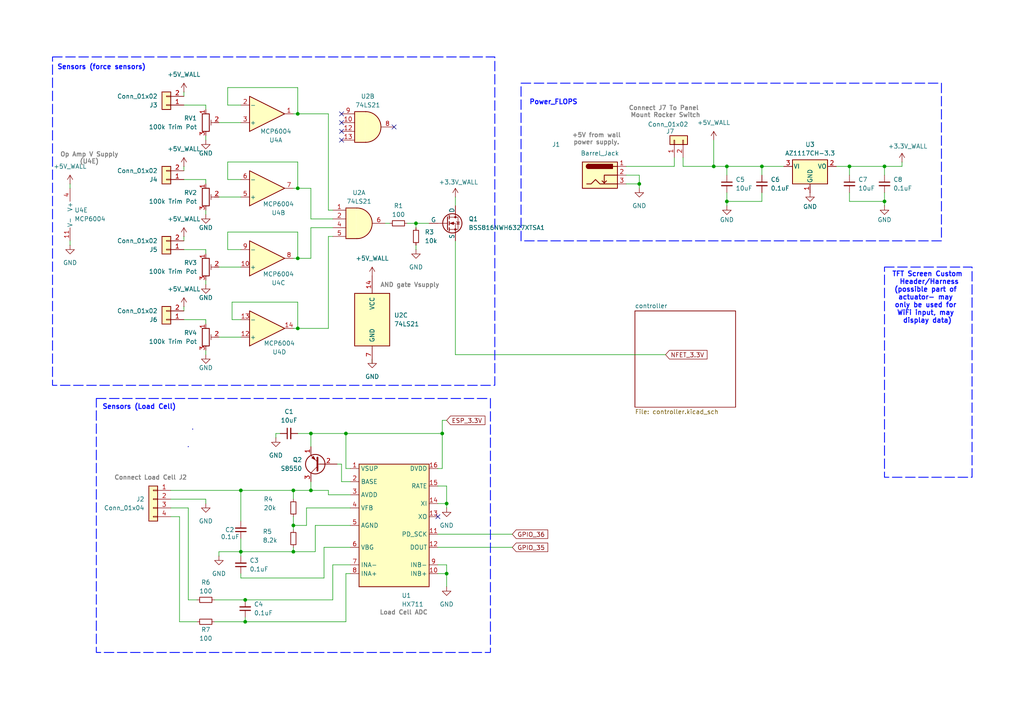
<source format=kicad_sch>
(kicad_sch (version 20231120) (generator "eeschema") (generator_version "8.0")
  (paper "A4")
  (title_block (title "FLOPS") (date "2024-11-14") (rev "3") (company "Team 09"))
  (lib_symbols
    (symbol "74xx:74LS21" (pin_names (offset 1.016))
      (property "Reference" "U" (at 0 1.27 0))
      (property "Value" "74LS21" (at 0 -1.27 0))
      (symbol "74LS21_1_1"
        (arc (start -0.635 -4.445) (mid 3.7907 0) (end -0.635 4.445) (stroke (width 0.254)) (fill (type background)))
        (polyline (pts (xy -0.635 4.445) (xy -3.81 4.445) (xy -3.81 -4.445) (xy -0.635 -4.445)) (stroke (width 0.254)) (fill (type background)))
        (pin input line (at -7.62 3.81 0) (length 3.81) (name "~") (number "1"))
        (pin input line (at -7.62 1.27 0) (length 3.81) (name "~") (number "2"))
        (pin input line (at -7.62 -1.27 0) (length 3.81) (name "~") (number "4"))
        (pin input line (at -7.62 -3.81 0) (length 3.81) (name "~") (number "5"))
        (pin output line (at 7.62 0 180) (length 3.81) (name "~") (number "6"))
      )
      (symbol "74LS21_1_2"
        (arc (start -3.81 -4.445) (mid -2.5908 0) (end -3.81 4.445) (stroke (width 0.254)))
        (arc (start -0.6096 -4.445) (mid 2.2246 -2.8422) (end 3.81 0) (stroke (width 0.254)) (fill (type background)))
        (polyline (pts (xy -3.81 -4.445) (xy -0.635 -4.445)) (stroke (width 0.254)) (fill (type background)))
        (polyline (pts (xy -3.81 4.445) (xy -0.635 4.445)) (stroke (width 0.254)) (fill (type background)))
        (polyline (pts (xy -0.635 4.445) (xy -3.81 4.445) (xy -3.81 4.445) (xy -3.6322 4.0894) (xy -3.0988 2.921) (xy -2.7686 1.6764) (xy -2.6162 0.4318) (xy -2.6416 -0.8636) (xy -2.8702 -2.1082) (xy -3.2512 -3.3274) (xy -3.81 -4.445) (xy -3.81 -4.445) (xy -0.635 -4.445)) (stroke (width -25.4)) (fill (type background)))
        (arc (start 3.81 0) (mid 2.2204 2.8379) (end -0.6096 4.445) (stroke (width 0.254)) (fill (type background)))
        (pin input inverted (at -7.62 3.81 0) (length 3.81) (name "~") (number "1"))
        (pin input inverted (at -7.62 1.27 0) (length 4.826) (name "~") (number "2"))
        (pin input inverted (at -7.62 -1.27 0) (length 4.826) (name "~") (number "4"))
        (pin input inverted (at -7.62 -3.81 0) (length 3.81) (name "~") (number "5"))
        (pin output inverted (at 7.62 0 180) (length 3.81) (name "~") (number "6"))
      )
      (symbol "74LS21_2_1"
        (arc (start -0.635 -4.445) (mid 3.7907 0) (end -0.635 4.445) (stroke (width 0.254)) (fill (type background)))
        (polyline (pts (xy -0.635 4.445) (xy -3.81 4.445) (xy -3.81 -4.445) (xy -0.635 -4.445)) (stroke (width 0.254)) (fill (type background)))
        (pin input line (at -7.62 1.27 0) (length 3.81) (name "~") (number "10"))
        (pin input line (at -7.62 -1.27 0) (length 3.81) (name "~") (number "12"))
        (pin input line (at -7.62 -3.81 0) (length 3.81) (name "~") (number "13"))
        (pin output line (at 7.62 0 180) (length 3.81) (name "~") (number "8"))
        (pin input line (at -7.62 3.81 0) (length 3.81) (name "~") (number "9"))
      )
      (symbol "74LS21_2_2"
        (arc (start -3.81 -4.445) (mid -2.5908 0) (end -3.81 4.445) (stroke (width 0.254)))
        (arc (start -0.6096 -4.445) (mid 2.2246 -2.8422) (end 3.81 0) (stroke (width 0.254)) (fill (type background)))
        (polyline (pts (xy -3.81 -4.445) (xy -0.635 -4.445)) (stroke (width 0.254)) (fill (type background)))
        (polyline (pts (xy -3.81 4.445) (xy -0.635 4.445)) (stroke (width 0.254)) (fill (type background)))
        (polyline (pts (xy -0.635 4.445) (xy -3.81 4.445) (xy -3.81 4.445) (xy -3.6322 4.0894) (xy -3.0988 2.921) (xy -2.7686 1.6764) (xy -2.6162 0.4318) (xy -2.6416 -0.8636) (xy -2.8702 -2.1082) (xy -3.2512 -3.3274) (xy -3.81 -4.445) (xy -3.81 -4.445) (xy -0.635 -4.445)) (stroke (width -25.4)) (fill (type background)))
        (arc (start 3.81 0) (mid 2.2204 2.8379) (end -0.6096 4.445) (stroke (width 0.254)) (fill (type background)))
        (pin input inverted (at -7.62 1.27 0) (length 4.826) (name "~") (number "10"))
        (pin input inverted (at -7.62 -1.27 0) (length 4.826) (name "~") (number "12"))
        (pin input inverted (at -7.62 -3.81 0) (length 3.81) (name "~") (number "13"))
        (pin output inverted (at 7.62 0 180) (length 3.81) (name "~") (number "8"))
        (pin input inverted (at -7.62 3.81 0) (length 3.81) (name "~") (number "9"))
      )
      (symbol "74LS21_3_0"
        (pin power_in line (at 0 12.7 270) (length 5.08) (name "VCC") (number "14"))
        (pin power_in line (at 0 -12.7 90) (length 5.08) (name "GND") (number "7"))
      )
      (symbol "74LS21_3_1"
        (rectangle (start -5.08 7.62) (end 5.08 -7.62) (stroke (width 0.254)) (fill (type background)))
      )
    )
    (symbol "Amplifier_Operational:MCP6004" (pin_names (offset 0.127))
      (property "Reference" "U" (at 0 5.08 0))
      (property "Value" "MCP6004" (at 0 -5.08 0))
      (symbol "MCP6004_1_1"
        (polyline (pts (xy -5.08 5.08) (xy 5.08 0) (xy -5.08 -5.08) (xy -5.08 5.08)) (stroke (width 0.254)) (fill (type background)))
        (pin output line (at 7.62 0 180) (length 2.54) (name "~") (number "1"))
        (pin input line (at -7.62 -2.54 0) (length 2.54) (name "-") (number "2"))
        (pin input line (at -7.62 2.54 0) (length 2.54) (name "+") (number "3"))
      )
      (symbol "MCP6004_2_1"
        (polyline (pts (xy -5.08 5.08) (xy 5.08 0) (xy -5.08 -5.08) (xy -5.08 5.08)) (stroke (width 0.254)) (fill (type background)))
        (pin input line (at -7.62 2.54 0) (length 2.54) (name "+") (number "5"))
        (pin input line (at -7.62 -2.54 0) (length 2.54) (name "-") (number "6"))
        (pin output line (at 7.62 0 180) (length 2.54) (name "~") (number "7"))
      )
      (symbol "MCP6004_3_1"
        (polyline (pts (xy -5.08 5.08) (xy 5.08 0) (xy -5.08 -5.08) (xy -5.08 5.08)) (stroke (width 0.254)) (fill (type background)))
        (pin input line (at -7.62 2.54 0) (length 2.54) (name "+") (number "10"))
        (pin output line (at 7.62 0 180) (length 2.54) (name "~") (number "8"))
        (pin input line (at -7.62 -2.54 0) (length 2.54) (name "-") (number "9"))
      )
      (symbol "MCP6004_4_1"
        (polyline (pts (xy -5.08 5.08) (xy 5.08 0) (xy -5.08 -5.08) (xy -5.08 5.08)) (stroke (width 0.254)) (fill (type background)))
        (pin input line (at -7.62 2.54 0) (length 2.54) (name "+") (number "12"))
        (pin input line (at -7.62 -2.54 0) (length 2.54) (name "-") (number "13"))
        (pin output line (at 7.62 0 180) (length 2.54) (name "~") (number "14"))
      )
      (symbol "MCP6004_5_1"
        (pin power_in line (at -2.54 -7.62 90) (length 3.81) (name "V-") (number "11"))
        (pin power_in line (at -2.54 7.62 270) (length 3.81) (name "V+") (number "4"))
      )
    )
    (symbol "Analog_ADC:HX711"
      (property "Reference" "U1" (at 2.1941 -20.32 0))
      (property "Value" "HX711" (at 2.1941 -22.86 0))
      (symbol "HX711_0_1"
        (rectangle (start -10.16 17.78) (end 10.16 -17.78) (stroke (width 0.254)) (fill (type background)))
      )
      (symbol "HX711_1_1"
        (pin power_in line (at -12.7 16.51 0) (length 2.54) (name "VSUP") (number "1"))
        (pin input line (at 12.7 -13.97 180) (length 2.54) (name "INB+") (number "10"))
        (pin input line (at 12.7 -2.54 180) (length 2.54) (name "PD_SCK") (number "11"))
        (pin output line (at 12.7 -6.35 180) (length 2.54) (name "DOUT") (number "12"))
        (pin passive line (at 12.7 2.54 180) (length 2.54) (name "XO") (number "13"))
        (pin passive line (at 12.7 6.35 180) (length 2.54) (name "XI") (number "14"))
        (pin input line (at 12.7 11.43 180) (length 2.54) (name "RATE") (number "15"))
        (pin power_in line (at 12.7 16.51 180) (length 2.54) (name "DVDD") (number "16"))
        (pin passive line (at -12.7 12.7 0) (length 2.54) (name "BASE") (number "2"))
        (pin power_in line (at -12.7 8.89 0) (length 2.54) (name "AVDD") (number "3"))
        (pin input line (at -12.7 5.08 0) (length 2.54) (name "VFB") (number "4"))
        (pin power_in line (at -12.7 0 0) (length 2.54) (name "AGND") (number "5"))
        (pin passive line (at -12.7 -6.35 0) (length 2.54) (name "VBG") (number "6"))
        (pin input line (at -12.7 -11.43 0) (length 2.54) (name "INA-") (number "7"))
        (pin input line (at -12.7 -13.97 0) (length 2.54) (name "INA+") (number "8"))
        (pin input line (at 12.7 -11.43 180) (length 2.54) (name "INB-") (number "9"))
      )
    )
    (symbol "Connector:Barrel_Jack_Switch_Pin3Ring" (pin_names hide)
      (property "Reference" "J" (at 0 5.334 0))
      (property "Value" "Barrel_Jack_Switch_Pin3Ring" (at 0 -5.08 0))
      (symbol "Barrel_Jack_Switch_Pin3Ring_0_1"
        (rectangle (start -5.08 3.81) (end 5.08 -3.81) (stroke (width 0.254)) (fill (type background)))
        (arc (start -3.302 3.175) (mid -3.9343 2.54) (end -3.302 1.905) (stroke (width 0.254)))
        (arc (start -3.302 3.175) (mid -3.9343 2.54) (end -3.302 1.905) (stroke (width 0.254)) (fill (type outline)))
        (polyline (pts (xy 1.27 -2.286) (xy 1.905 -1.651)) (stroke (width 0.254)))
        (polyline (pts (xy 5.08 2.54) (xy 3.81 2.54)) (stroke (width 0.254)))
        (polyline (pts (xy 5.08 0) (xy 1.27 0) (xy 1.27 -2.286) (xy 0.635 -1.651)) (stroke (width 0.254)))
        (polyline (pts (xy -3.81 -2.54) (xy -2.54 -2.54) (xy -1.27 -1.27) (xy 0 -2.54) (xy 2.54 -2.54) (xy 5.08 -2.54)) (stroke (width 0.254)))
        (rectangle (start 3.683 3.175) (end -3.302 1.905) (stroke (width 0.254)) (fill (type outline)))
      )
      (symbol "Barrel_Jack_Switch_Pin3Ring_1_1"
        (pin passive line (at 7.62 2.54 180) (length 2.54) (name "~") (number "1"))
        (pin passive line (at 7.62 0 180) (length 2.54) (name "~") (number "2"))
        (pin passive line (at 7.62 -2.54 180) (length 2.54) (name "~") (number "3"))
      )
    )
    (symbol "Connector_Generic:Conn_01x02" (pin_names (offset 1.016) hide)
      (property "Reference" "J" (at 0 2.54 0))
      (property "Value" "Conn_01x02" (at 0 -5.08 0))
      (symbol "Conn_01x02_1_1"
        (rectangle (start -1.27 -2.413) (end 0 -2.667) (stroke (width 0.1524)))
        (rectangle (start -1.27 0.127) (end 0 -0.127) (stroke (width 0.1524)))
        (rectangle (start -1.27 1.27) (end 1.27 -3.81) (stroke (width 0.254)) (fill (type background)))
        (pin passive line (at -5.08 0 0) (length 3.81) (name "Pin_1") (number "1"))
        (pin passive line (at -5.08 -2.54 0) (length 3.81) (name "Pin_2") (number "2"))
      )
    )
    (symbol "Connector_Generic:Conn_01x04" (pin_names (offset 1.016) hide)
      (property "Reference" "J" (at 0 5.08 0))
      (property "Value" "Conn_01x04" (at 0 -7.62 0))
      (symbol "Conn_01x04_1_1"
        (rectangle (start -1.27 -4.953) (end 0 -5.207) (stroke (width 0.1524)))
        (rectangle (start -1.27 -2.413) (end 0 -2.667) (stroke (width 0.1524)))
        (rectangle (start -1.27 0.127) (end 0 -0.127) (stroke (width 0.1524)))
        (rectangle (start -1.27 2.667) (end 0 2.413) (stroke (width 0.1524)))
        (rectangle (start -1.27 3.81) (end 1.27 -6.35) (stroke (width 0.254)) (fill (type background)))
        (pin passive line (at -5.08 2.54 0) (length 3.81) (name "Pin_1") (number "1"))
        (pin passive line (at -5.08 0 0) (length 3.81) (name "Pin_2") (number "2"))
        (pin passive line (at -5.08 -2.54 0) (length 3.81) (name "Pin_3") (number "3"))
        (pin passive line (at -5.08 -5.08 0) (length 3.81) (name "Pin_4") (number "4"))
      )
    )
    (symbol "Device:C_Small" (pin_numbers hide) (pin_names (offset 0.254) hide)
      (property "Reference" "C" (at 0.254 1.778 0))
      (property "Value" "C_Small" (at 0.254 -2.032 0))
      (symbol "C_Small_0_1"
        (polyline (pts (xy -1.524 -0.508) (xy 1.524 -0.508)) (stroke (width 0.3302)))
        (polyline (pts (xy -1.524 0.508) (xy 1.524 0.508)) (stroke (width 0.3048)))
      )
      (symbol "C_Small_1_1"
        (pin passive line (at 0 2.54 270) (length 2.032) (name "~") (number "1"))
        (pin passive line (at 0 -2.54 90) (length 2.032) (name "~") (number "2"))
      )
    )
    (symbol "Device:R_Potentiometer_Trim" (pin_names (offset 1.016) hide)
      (property "Reference" "RV" (at -4.445 0 90))
      (property "Value" "R_Potentiometer_Trim" (at -2.54 0 90))
      (symbol "R_Potentiometer_Trim_0_1"
        (polyline (pts (xy 1.524 0.762) (xy 1.524 -0.762)))
        (polyline (pts (xy 2.54 0) (xy 1.524 0)))
        (rectangle (start 1.016 2.54) (end -1.016 -2.54) (stroke (width 0.254)))
      )
      (symbol "R_Potentiometer_Trim_1_1"
        (pin passive line (at 0 3.81 270) (length 1.27) (name "1") (number "1"))
        (pin passive line (at 3.81 0 180) (length 1.27) (name "2") (number "2"))
        (pin passive line (at 0 -3.81 90) (length 1.27) (name "3") (number "3"))
      )
    )
    (symbol "Device:R_Small" (pin_numbers hide) (pin_names (offset 0.254) hide)
      (property "Reference" "R" (at 0.762 0.508 0))
      (property "Value" "R_Small" (at 0.762 -1.016 0))
      (symbol "R_Small_0_1"
        (rectangle (start -0.762 1.778) (end 0.762 -1.778) (stroke (width 0.2032)))
      )
      (symbol "R_Small_1_1"
        (pin passive line (at 0 2.54 270) (length 0.762) (name "~") (number "1"))
        (pin passive line (at 0 -2.54 90) (length 0.762) (name "~") (number "2"))
      )
    )
    (symbol "Regulator_Linear:AZ1117-3.3" (pin_names (offset 0.254))
      (property "Reference" "U" (at -3.81 3.175 0))
      (property "Value" "AZ1117-3.3" (at 0 3.175 0))
      (symbol "AZ1117-3.3_0_1"
        (rectangle (start -5.08 1.905) (end 5.08 -5.08) (stroke (width 0.254)) (fill (type background)))
      )
      (symbol "AZ1117-3.3_1_1"
        (pin power_in line (at 0 -7.62 90) (length 2.54) (name "GND") (number "1"))
        (pin power_out line (at 7.62 0 180) (length 2.54) (name "VO") (number "2"))
        (pin power_in line (at -7.62 0 0) (length 2.54) (name "VI") (number "3"))
      )
    )
    (symbol "Simulation_SPICE:NMOS" (pin_numbers hide) (pin_names (offset 0))
      (property "Reference" "Q" (at 5.08 1.27 0))
      (property "Value" "NMOS" (at 5.08 -1.27 0))
      (symbol "NMOS_0_1"
        (polyline (pts (xy 0.254 0) (xy -2.54 0)))
        (polyline (pts (xy 0.254 1.905) (xy 0.254 -1.905)) (stroke (width 0.254)))
        (polyline (pts (xy 0.762 -1.27) (xy 0.762 -2.286)) (stroke (width 0.254)))
        (polyline (pts (xy 0.762 0.508) (xy 0.762 -0.508)) (stroke (width 0.254)))
        (polyline (pts (xy 0.762 2.286) (xy 0.762 1.27)) (stroke (width 0.254)))
        (polyline (pts (xy 2.54 2.54) (xy 2.54 1.778)))
        (polyline (pts (xy 2.54 -2.54) (xy 2.54 0) (xy 0.762 0)))
        (polyline (pts (xy 0.762 -1.778) (xy 3.302 -1.778) (xy 3.302 1.778) (xy 0.762 1.778)))
        (polyline (pts (xy 1.016 0) (xy 2.032 0.381) (xy 2.032 -0.381) (xy 1.016 0)) (fill (type outline)))
        (polyline (pts (xy 2.794 0.508) (xy 2.921 0.381) (xy 3.683 0.381) (xy 3.81 0.254)))
        (polyline (pts (xy 3.302 0.381) (xy 2.921 -0.254) (xy 3.683 -0.254) (xy 3.302 0.381)))
        (circle (center 1.651 0) (radius 2.794) (stroke (width 0.254)))
        (circle (center 2.54 -1.778) (radius 0.254) (fill (type outline)))
        (circle (center 2.54 1.778) (radius 0.254) (fill (type outline)))
      )
      (symbol "NMOS_1_1"
        (pin passive line (at 2.54 5.08 270) (length 2.54) (name "D") (number "1"))
        (pin input line (at -5.08 0 0) (length 2.54) (name "G") (number "2"))
        (pin passive line (at 2.54 -5.08 90) (length 2.54) (name "S") (number "3"))
      )
    )
    (symbol "Transistor_BJT:S8550" (pin_names (offset 0) hide)
      (property "Reference" "Q" (at 5.08 1.905 0))
      (property "Value" "S8550" (at 5.08 0 0))
      (symbol "S8550_0_1"
        (polyline (pts (xy 0 0) (xy 0.635 0)))
        (polyline (pts (xy 2.54 -2.54) (xy 0.635 -0.635)))
        (polyline (pts (xy 2.54 2.54) (xy 0.635 0.635)))
        (polyline (pts (xy 0.635 1.905) (xy 0.635 -1.905) (xy 0.635 -1.905)) (stroke (width 0.508)) (fill (type outline)))
        (polyline (pts (xy 1.778 -2.286) (xy 2.286 -1.778) (xy 1.27 -1.27) (xy 1.778 -2.286) (xy 1.778 -2.286)) (fill (type outline)))
        (circle (center 1.27 0) (radius 2.8194) (stroke (width 0.254)))
      )
      (symbol "S8550_1_1"
        (pin passive line (at 2.54 -5.08 90) (length 2.54) (name "E") (number "1"))
        (pin input line (at -5.08 0 0) (length 5.08) (name "B") (number "2"))
        (pin passive line (at 2.54 5.08 270) (length 2.54) (name "C") (number "3"))
      )
    )
    (symbol "power:+3.3V" (power) (pin_numbers hide) (pin_names (offset 0) hide)
      (property "Value" "+3.3V" (at 0 3.556 0))
      (symbol "+3.3V_0_1"
        (polyline (pts (xy -0.762 1.27) (xy 0 2.54)))
        (polyline (pts (xy 0 0) (xy 0 2.54)))
        (polyline (pts (xy 0 2.54) (xy 0.762 1.27)))
      )
      (symbol "+3.3V_1_1"
        (pin power_in line (at 0 0 90) (length 0) (name "~") (number "1"))
      )
    )
    (symbol "power:+5V" (power) (pin_numbers hide) (pin_names (offset 0) hide)
      (property "Value" "+5V" (at 0 3.556 0))
      (symbol "+5V_0_1"
        (polyline (pts (xy -0.762 1.27) (xy 0 2.54)))
        (polyline (pts (xy 0 0) (xy 0 2.54)))
        (polyline (pts (xy 0 2.54) (xy 0.762 1.27)))
      )
      (symbol "+5V_1_1"
        (pin power_in line (at 0 0 90) (length 0) (name "~") (number "1"))
      )
    )
    (symbol "power:GND" (power) (pin_numbers hide) (pin_names (offset 0) hide)
      (property "Value" "GND" (at 0 -3.81 0))
      (symbol "GND_0_1"
        (polyline (pts (xy 0 0) (xy 0 -1.27) (xy 1.27 -1.27) (xy 0 -2.54) (xy -1.27 -1.27) (xy 0 -1.27)))
      )
      (symbol "GND_1_1"
        (pin power_in line (at 0 0 270) (length 0) (name "~") (number "1"))
      )
    )
  )
  (junction (at 129.54 166.37))
  (junction (at 220.98 48.26))
  (junction (at 210.82 48.26))
  (junction (at 128.27 125.73))
  (junction (at 86.36 74.93))
  (junction (at 207.01 48.26))
  (junction (at 90.17 125.73))
  (junction (at 69.85 160.02))
  (junction (at 85.09 142.24))
  (junction (at 69.85 142.24))
  (junction (at 256.54 58.42))
  (junction (at 100.33 125.73))
  (junction (at 210.82 58.42))
  (junction (at 71.12 173.99))
  (junction (at 71.12 180.34))
  (junction (at 85.09 152.4))
  (junction (at 90.17 142.24))
  (junction (at 129.54 146.05))
  (junction (at 86.36 54.61))
  (junction (at 86.36 33.02))
  (junction (at 246.38 48.26))
  (junction (at 85.09 160.02))
  (junction (at 120.65 64.77))
  (junction (at 185.42 53.34))
  (junction (at 86.36 95.25))
  (junction (at 256.54 48.26))
  (no_connect (at 127 149.86))
  (no_connect (at 99.06 33.02))
  (no_connect (at 114.3 36.83))
  (no_connect (at 99.06 35.56))
  (no_connect (at 99.06 40.64))
  (no_connect (at 99.06 38.1))
  (wire (pts (xy 62.23 173.99) (xy 71.12 173.99)))
  (wire (pts (xy 111.76 64.77) (xy 113.03 64.77)))
  (wire (pts (xy 127 140.97) (xy 129.54 140.97)))
  (wire (pts (xy 128.27 121.92) (xy 128.27 125.73)))
  (wire (pts (xy 85.09 74.93) (xy 86.36 74.93)))
  (wire (pts (xy 256.54 58.42) (xy 256.54 59.69)))
  (wire (pts (xy 185.42 53.34) (xy 185.42 54.61)))
  (wire (pts (xy 93.98 167.64) (xy 69.85 167.64)))
  (wire (pts (xy 49.53 142.24) (xy 69.85 142.24)))
  (wire (pts (xy 69.85 160.02) (xy 85.09 160.02)))
  (wire (pts (xy 63.5 57.15) (xy 69.85 57.15)))
  (wire (pts (xy 86.36 74.93) (xy 90.17 74.93)))
  (wire (pts (xy 69.85 142.24) (xy 69.85 151.13)))
  (wire (pts (xy 198.12 48.26) (xy 198.12 45.72)))
  (wire (pts (xy 242.57 48.26) (xy 246.38 48.26)))
  (wire (pts (xy 85.09 160.02) (xy 85.09 158.75)))
  (wire (pts (xy 53.34 92.71) (xy 59.69 92.71)))
  (wire (pts (xy 80.01 125.73) (xy 80.01 127)))
  (wire (pts (xy 69.85 156.21) (xy 69.85 160.02)))
  (wire (pts (xy 49.53 144.78) (xy 59.69 144.78)))
  (wire (pts (xy 63.5 160.02) (xy 69.85 160.02)))
  (wire (pts (xy 101.6 147.32) (xy 88.9 147.32)))
  (wire (pts (xy 59.69 30.48) (xy 59.69 31.75)))
  (wire (pts (xy 90.17 125.73) (xy 100.33 125.73)))
  (wire (pts (xy 132.08 102.87) (xy 193.04 102.87)))
  (wire (pts (xy 198.12 48.26) (xy 207.01 48.26)))
  (wire (pts (xy 95.25 68.58) (xy 96.52 68.58)))
  (wire (pts (xy 59.69 144.78) (xy 59.69 146.05)))
  (wire (pts (xy 53.34 68.58) (xy 53.34 69.85)))
  (wire (pts (xy 246.38 48.26) (xy 246.38 50.8)))
  (wire (pts (xy 67.31 92.71) (xy 69.85 92.71)))
  (wire (pts (xy 59.69 72.39) (xy 59.69 73.66)))
  (wire (pts (xy 181.61 48.26) (xy 195.58 48.26)))
  (wire (pts (xy 220.98 48.26) (xy 220.98 50.8)))
  (wire (pts (xy 220.98 48.26) (xy 227.33 48.26)))
  (wire (pts (xy 66.04 72.39) (xy 69.85 72.39)))
  (wire (pts (xy 59.69 39.37) (xy 59.69 40.64)))
  (wire (pts (xy 81.28 125.73) (xy 80.01 125.73)))
  (wire (pts (xy 20.32 53.34) (xy 20.32 54.61)))
  (wire (pts (xy 127 166.37) (xy 129.54 166.37)))
  (wire (pts (xy 53.34 48.26) (xy 53.34 49.53)))
  (wire (pts (xy 63.5 35.56) (xy 69.85 35.56)))
  (wire (pts (xy 118.11 64.77) (xy 120.65 64.77)))
  (wire (pts (xy 53.34 88.9) (xy 53.34 90.17)))
  (wire (pts (xy 95.25 33.02) (xy 95.25 60.96)))
  (wire (pts (xy 85.09 152.4) (xy 85.09 153.67)))
  (wire (pts (xy 66.04 67.31) (xy 86.36 67.31)))
  (wire (pts (xy 52.07 149.86) (xy 52.07 180.34)))
  (wire (pts (xy 210.82 55.88) (xy 210.82 58.42)))
  (wire (pts (xy 67.31 87.63) (xy 67.31 92.71)))
  (wire (pts (xy 101.6 166.37) (xy 100.33 166.37)))
  (wire (pts (xy 90.17 125.73) (xy 90.17 129.54)))
  (wire (pts (xy 256.54 55.88) (xy 256.54 58.42)))
  (wire (pts (xy 86.36 67.31) (xy 86.36 74.93)))
  (wire (pts (xy 86.36 46.99) (xy 86.36 54.61)))
  (wire (pts (xy 59.69 101.6) (xy 59.69 102.87)))
  (wire (pts (xy 85.09 33.02) (xy 86.36 33.02)))
  (wire (pts (xy 120.65 64.77) (xy 120.65 66.04)))
  (wire (pts (xy 85.09 149.86) (xy 85.09 152.4)))
  (wire (pts (xy 210.82 58.42) (xy 220.98 58.42)))
  (wire (pts (xy 100.33 166.37) (xy 100.33 180.34)))
  (wire (pts (xy 20.32 69.85) (xy 20.32 71.12)))
  (wire (pts (xy 69.85 142.24) (xy 85.09 142.24)))
  (wire (pts (xy 63.5 161.29) (xy 63.5 160.02)))
  (wire (pts (xy 256.54 48.26) (xy 256.54 50.8)))
  (wire (pts (xy 71.12 173.99) (xy 96.52 173.99)))
  (wire (pts (xy 101.6 135.89) (xy 100.33 135.89)))
  (wire (pts (xy 95.25 95.25) (xy 95.25 68.58)))
  (wire (pts (xy 49.53 147.32) (xy 54.61 147.32)))
  (wire (pts (xy 53.34 72.39) (xy 59.69 72.39)))
  (wire (pts (xy 53.34 52.07) (xy 59.69 52.07)))
  (wire (pts (xy 86.36 54.61) (xy 90.17 54.61)))
  (wire (pts (xy 88.9 147.32) (xy 88.9 152.4)))
  (wire (pts (xy 85.09 160.02) (xy 91.44 160.02)))
  (wire (pts (xy 129.54 146.05) (xy 129.54 147.32)))
  (wire (pts (xy 90.17 142.24) (xy 90.17 139.7)))
  (wire (pts (xy 59.69 81.28) (xy 59.69 82.55)))
  (wire (pts (xy 220.98 58.42) (xy 220.98 55.88)))
  (wire (pts (xy 85.09 142.24) (xy 90.17 142.24)))
  (wire (pts (xy 86.36 125.73) (xy 90.17 125.73)))
  (wire (pts (xy 91.44 152.4) (xy 91.44 160.02)))
  (wire (pts (xy 100.33 125.73) (xy 100.33 135.89)))
  (wire (pts (xy 49.53 149.86) (xy 52.07 149.86)))
  (wire (pts (xy 101.6 143.51) (xy 95.25 143.51)))
  (wire (pts (xy 207.01 48.26) (xy 210.82 48.26)))
  (wire (pts (xy 207.01 40.64) (xy 207.01 48.26)))
  (wire (pts (xy 210.82 48.26) (xy 210.82 50.8)))
  (wire (pts (xy 53.34 26.67) (xy 53.34 27.94)))
  (wire (pts (xy 86.36 25.4) (xy 86.36 33.02)))
  (wire (pts (xy 66.04 52.07) (xy 69.85 52.07)))
  (wire (pts (xy 129.54 121.92) (xy 128.27 121.92)))
  (wire (pts (xy 107.95 105.41) (xy 107.95 104.14)))
  (wire (pts (xy 59.69 92.71) (xy 59.69 93.98)))
  (wire (pts (xy 181.61 50.8) (xy 185.42 50.8)))
  (wire (pts (xy 256.54 48.26) (xy 261.62 48.26)))
  (wire (pts (xy 210.82 58.42) (xy 210.82 59.69)))
  (wire (pts (xy 127 163.83) (xy 129.54 163.83)))
  (wire (pts (xy 66.04 46.99) (xy 66.04 52.07)))
  (wire (pts (xy 132.08 57.15) (xy 132.08 59.69)))
  (wire (pts (xy 88.9 152.4) (xy 85.09 152.4)))
  (wire (pts (xy 96.52 163.83) (xy 96.52 173.99)))
  (wire (pts (xy 52.07 180.34) (xy 57.15 180.34)))
  (wire (pts (xy 99.06 134.62) (xy 97.79 134.62)))
  (wire (pts (xy 62.23 180.34) (xy 71.12 180.34)))
  (wire (pts (xy 95.25 60.96) (xy 96.52 60.96)))
  (wire (pts (xy 90.17 63.5) (xy 96.52 63.5)))
  (wire (pts (xy 127 154.94) (xy 148.59 154.94)))
  (wire (pts (xy 120.65 64.77) (xy 124.46 64.77)))
  (wire (pts (xy 185.42 50.8) (xy 185.42 53.34)))
  (wire (pts (xy 71.12 180.34) (xy 100.33 180.34)))
  (wire (pts (xy 63.5 97.79) (xy 69.85 97.79)))
  (wire (pts (xy 101.6 152.4) (xy 91.44 152.4)))
  (wire (pts (xy 99.06 134.62) (xy 99.06 139.7)))
  (wire (pts (xy 66.04 25.4) (xy 66.04 30.48)))
  (wire (pts (xy 90.17 54.61) (xy 90.17 63.5)))
  (wire (pts (xy 99.06 139.7) (xy 101.6 139.7)))
  (wire (pts (xy 59.69 60.96) (xy 59.69 62.23)))
  (wire (pts (xy 63.5 77.47) (xy 69.85 77.47)))
  (wire (pts (xy 210.82 48.26) (xy 220.98 48.26)))
  (wire (pts (xy 129.54 146.05) (xy 127 146.05)))
  (wire (pts (xy 54.61 147.32) (xy 54.61 173.99)))
  (wire (pts (xy 129.54 163.83) (xy 129.54 166.37)))
  (wire (pts (xy 129.54 140.97) (xy 129.54 146.05)))
  (wire (pts (xy 66.04 46.99) (xy 86.36 46.99)))
  (wire (pts (xy 85.09 54.61) (xy 86.36 54.61)))
  (wire (pts (xy 90.17 66.04) (xy 96.52 66.04)))
  (wire (pts (xy 85.09 95.25) (xy 86.36 95.25)))
  (wire (pts (xy 67.31 87.63) (xy 86.36 87.63)))
  (wire (pts (xy 120.65 71.12) (xy 120.65 72.39)))
  (wire (pts (xy 90.17 74.93) (xy 90.17 66.04)))
  (wire (pts (xy 132.08 69.85) (xy 132.08 102.87)))
  (wire (pts (xy 127 158.75) (xy 148.59 158.75)))
  (wire (pts (xy 53.34 30.48) (xy 59.69 30.48)))
  (wire (pts (xy 86.36 95.25) (xy 95.25 95.25)))
  (wire (pts (xy 100.33 125.73) (xy 128.27 125.73)))
  (wire (pts (xy 59.69 52.07) (xy 59.69 53.34)))
  (wire (pts (xy 95.25 142.24) (xy 90.17 142.24)))
  (wire (pts (xy 69.85 167.64) (xy 69.85 166.37)))
  (wire (pts (xy 246.38 55.88) (xy 246.38 58.42)))
  (wire (pts (xy 86.36 33.02) (xy 95.25 33.02)))
  (wire (pts (xy 54.61 173.99) (xy 57.15 173.99)))
  (wire (pts (xy 93.98 158.75) (xy 93.98 167.64)))
  (wire (pts (xy 85.09 142.24) (xy 85.09 144.78)))
  (wire (pts (xy 101.6 163.83) (xy 96.52 163.83)))
  (wire (pts (xy 86.36 87.63) (xy 86.36 95.25)))
  (wire (pts (xy 181.61 53.34) (xy 185.42 53.34)))
  (wire (pts (xy 246.38 48.26) (xy 256.54 48.26)))
  (wire (pts (xy 129.54 166.37) (xy 129.54 170.18)))
  (wire (pts (xy 71.12 180.34) (xy 71.12 179.07)))
  (wire (pts (xy 95.25 143.51) (xy 95.25 142.24)))
  (wire (pts (xy 66.04 25.4) (xy 86.36 25.4)))
  (wire (pts (xy 101.6 158.75) (xy 93.98 158.75)))
  (wire (pts (xy 246.38 58.42) (xy 256.54 58.42)))
  (wire (pts (xy 195.58 48.26) (xy 195.58 45.72)))
  (wire (pts (xy 128.27 135.89) (xy 128.27 125.73)))
  (wire (pts (xy 261.62 46.99) (xy 261.62 48.26)))
  (wire (pts (xy 66.04 30.48) (xy 69.85 30.48)))
  (wire (pts (xy 66.04 67.31) (xy 66.04 72.39)))
  (wire (pts (xy 127 135.89) (xy 128.27 135.89)))
  (wire (pts (xy 69.85 160.02) (xy 69.85 161.29)))
  (rectangle (start 15.24 16.51) (end 143.51 111.76) (stroke (width 0.254) (type dash) (color 0 11 255 1)))
  (rectangle (start 151.13 24.13) (end 273.05 69.85) (stroke (width 0.254) (type dash) (color 0 11 255 1)))
  (circle (center 54.61 129.54) (radius 0.0001))
  (rectangle (start 256.54 77.47) (end 281.94 138.43) (stroke (width 0.254) (type dash) (color 0 11 255 1)))
  (rectangle (start 27.94 115.57) (end 142.24 189.23) (stroke (width 0.254) (type dash) (color 0 11 255 1)))
  (circle (center 55.88 124.46) (radius 0.0001))
  (text "Connect J7 To Panel\n Mount Rocker Switch" (at 192.532 32.512 0) (effects (font (size 1.27 1.27) (thickness 0.254) (bold yes))))
  (text "Power_FLOPS" (at 160.528 29.718 0) (effects (font (size 1.397 1.397) (thickness 0.2794) (bold yes))))
  (text "+5V from wall \npower supply. " (at 173.482 40.386 0) (effects (font (size 1.27 1.27) (thickness 0.254) (bold yes))))
  (text "Op Amp V Supply\n(U4E)\n" (at 25.908 45.974 0) (effects (font (size 1.27 1.27) (thickness 0.254) (bold yes))))
  (text "Sensors (Load Cell)" (at 40.386 118.11 0) (effects (font (size 1.397 1.397) (thickness 0.2794) (bold yes))))
  (text "Load Cell ADC" (at 117.094 177.8 0) (effects (font (size 1.27 1.27) (thickness 0.254) (bold yes))))
  (text "Sensors (force sensors)" (at 29.464 19.558 0) (effects (font (size 1.397 1.397) (thickness 0.2794) (bold yes))))
  (text "Connect Load Cell J2\n" (at 43.688 138.684 0) (effects (font (size 1.27 1.27) (thickness 0.254) (bold yes))))
  (text "TFT Screen Custom\n Header/Harness\n(possible part of \nactuator- may \nonly be used for \nWiFi input, may \ndisplay data)" (at 268.986 86.36 0) (effects (font (size 1.397 1.397) (thickness 0.2794) (bold yes))))
  (text "AND gate Vsupply\n" (at 118.872 82.804 0) (effects (font (size 1.27 1.27) (thickness 0.254) (bold yes))))
  (global_label "NFET_3.3V" (shape input) (at 193.04 102.87 0) (property "Intersheetrefs" "${INTERSHEET_REFS}" (effects (hide yes))))
  (global_label "GPIO_35" (shape input) (at 148.59 158.75 0) (property "Intersheetrefs" "${INTERSHEET_REFS}" (effects (hide yes))))
  (global_label "GPIO_36" (shape input) (at 148.59 154.94 0) (property "Intersheetrefs" "${INTERSHEET_REFS}" (effects (hide yes))))
  (global_label "ESP_3.3V" (shape input) (at 129.54 121.92 0) (property "Intersheetrefs" "${INTERSHEET_REFS}" (effects (hide yes))))
  (symbol (lib_id "74xx:74LS21") (at 104.14 64.77 0) (unit 1)
    (property "Reference" "U2" (at 104.1303 55.88 0))
    (property "Value" "74LS21" (at 104.1303 58.42 0))
    (property "Footprint" "Package_SO:SOIC-14_3.9x8.7mm_P1.27mm" (effects (hide yes)))
    (property "Datasheet" "http://www.ti.com/lit/gpn/sn74LS21" (effects (hide yes)))
    (property "Description" "Dual 4-input AND" (effects (hide yes)))
  )
  (symbol (lib_id "Amplifier_Operational:MCP6004") (at 77.47 54.61 0) (mirror x) (unit 2)
    (property "Reference" "U4" (at 80.772 61.722 0))
    (property "Value" "MCP6004" (at 80.772 59.182 0))
    (property "Footprint" "Package_SO:SOIC-14_3.9x8.7mm_P1.27mm" (effects (hide yes)))
    (property "Datasheet" "http://ww1.microchip.com/downloads/en/DeviceDoc/21733j.pdf" (effects (hide yes)))
    (property "Description" "1MHz, Low-Power Op Amp, DIP-14/SOIC-14/TSSOP-14" (effects (hide yes)))
  )
  (symbol (lib_id "74xx:74LS21") (at 107.95 92.71 0) (unit 3)
    (property "Reference" "U2" (at 114.3 91.4399 0) (effects (justify left)))
    (property "Value" "74LS21" (at 114.3 93.9799 0) (effects (justify left)))
    (property "Footprint" "Package_SO:SOIC-14_3.9x8.7mm_P1.27mm" (effects (hide yes)))
    (property "Datasheet" "http://www.ti.com/lit/gpn/sn74LS21" (effects (hide yes)))
    (property "Description" "Dual 4-input AND" (effects (hide yes)))
  )
  (symbol (lib_id "Device:R_Potentiometer_Trim") (at 59.69 77.47 0) (unit 1)
    (property "Reference" "RV3" (at 57.15 76.1999 0) (effects (justify right)))
    (property "Value" "100k Trim Pot" (at 57.15 78.7399 0) (effects (justify right)))
    (property "Footprint" "Potentiometer_SMD:Potentiometer_Bourns_3314G_Vertical" (effects (hide yes)))
    (property "Description" "Trim-potentiometer" (effects (hide yes)))
  )
  (symbol (lib_id "power:GND") (at 234.95 55.88 0) (unit 1)
    (property "Reference" "#PWR02" (effects (hide yes)))
    (property "Value" "GND" (at 234.95 59.944 0))
    (property "Description" "Power symbol creates a global label with name \"GND\" , ground" (effects (hide yes)))
  )
  (symbol (lib_id "Device:R_Small") (at 85.09 147.32 180) (unit 1)
    (property "Reference" "R4" (at 76.454 144.78 0) (effects (justify right)))
    (property "Value" "20k" (at 76.454 147.32 0) (effects (justify right)))
    (property "Footprint" "Resistor_SMD:R_0603_1608Metric_Pad0.98x0.95mm_HandSolder" (effects (hide yes)))
    (property "Description" "Resistor, small symbol" (effects (hide yes)))
  )
  (symbol (lib_id "power:+3.3V") (at 107.95 80.01 0) (unit 1)
    (property "Reference" "#PWR026" (effects (hide yes)))
    (property "Value" "+5V_WALL" (at 107.95 74.93 0))
    (property "Description" "Power symbol creates a global label with name \"+3.3V\"" (effects (hide yes)))
  )
  (symbol (lib_id "power:GND") (at 129.54 147.32 0) (unit 1)
    (property "Reference" "#PWR015" (effects (hide yes)))
    (property "Value" "GND" (at 129.54 152.4 0))
    (property "Description" "Power symbol creates a global label with name \"GND\" , ground" (effects (hide yes)))
  )
  (symbol (lib_id "Amplifier_Operational:MCP6004") (at 77.47 74.93 0) (mirror x) (unit 3)
    (property "Reference" "U4" (at 80.772 82.042 0))
    (property "Value" "MCP6004" (at 80.772 79.502 0))
    (property "Footprint" "Package_SO:SOIC-14_3.9x8.7mm_P1.27mm" (effects (hide yes)))
    (property "Datasheet" "http://ww1.microchip.com/downloads/en/DeviceDoc/21733j.pdf" (effects (hide yes)))
    (property "Description" "1MHz, Low-Power Op Amp, DIP-14/SOIC-14/TSSOP-14" (effects (hide yes)))
  )
  (symbol (lib_id "Device:C_Small") (at 256.54 53.34 0) (unit 1)
    (property "Reference" "C8" (at 259.08 52.0762 0) (effects (justify left)))
    (property "Value" "0.1uF" (at 259.08 54.6162 0) (effects (justify left)))
    (property "Footprint" "Capacitor_SMD:C_0603_1608Metric_Pad1.08x0.95mm_HandSolder" (effects (hide yes)))
    (property "Description" "Unpolarized capacitor, small symbol" (effects (hide yes)))
  )
  (symbol (lib_id "power:GND") (at 59.69 40.64 0) (unit 1)
    (property "Reference" "#PWR025" (effects (hide yes)))
    (property "Value" "GND" (at 59.69 44.45 0))
    (property "Description" "Power symbol creates a global label with name \"GND\" , ground" (effects (hide yes)))
  )
  (symbol (lib_id "Device:C_Small") (at 69.85 163.83 180) (unit 1)
    (property "Reference" "C3" (at 72.39 162.5535 0) (effects (justify right)))
    (property "Value" "0.1uF" (at 72.39 165.0935 0) (effects (justify right)))
    (property "Footprint" "Capacitor_SMD:C_0603_1608Metric_Pad1.08x0.95mm_HandSolder" (effects (hide yes)))
    (property "Description" "Unpolarized capacitor, small symbol" (effects (hide yes)))
  )
  (symbol (lib_id "power:+5V") (at 20.32 53.34 0) (unit 1)
    (property "Reference" "#PWR05" (effects (hide yes)))
    (property "Value" "+5V_WALL" (at 20.32 48.26 0))
    (property "Description" "Power symbol creates a global label with name \"+5V\"" (effects (hide yes)))
  )
  (symbol (lib_id "Device:R_Small") (at 59.69 180.34 270) (unit 1)
    (property "Reference" "R7" (at 59.69 182.626 90))
    (property "Value" "100" (at 59.69 185.166 90))
    (property "Footprint" "Resistor_SMD:R_0603_1608Metric_Pad0.98x0.95mm_HandSolder" (effects (hide yes)))
    (property "Description" "Resistor, small symbol" (effects (hide yes)))
  )
  (symbol (lib_id "power:+3.3V") (at 261.62 46.99 0) (unit 1)
    (property "Reference" "#PWR07" (effects (hide yes)))
    (property "Value" "+3.3V_WALL" (at 257.556 42.418 0) (effects (justify left)))
    (property "Description" "Power symbol creates a global label with name \"+3.3V\"" (effects (hide yes)))
  )
  (symbol (lib_id "power:GND") (at 59.69 82.55 0) (unit 1)
    (property "Reference" "#PWR020" (effects (hide yes)))
    (property "Value" "GND" (at 59.69 86.36 0))
    (property "Description" "Power symbol creates a global label with name \"GND\" , ground" (effects (hide yes)))
  )
  (symbol (lib_id "power:+3.3V") (at 53.34 88.9 0) (unit 1)
    (property "Reference" "#PWR021" (effects (hide yes)))
    (property "Value" "+5V_WALL" (at 53.34 83.82 0))
    (property "Description" "Power symbol creates a global label with name \"+3.3V\"" (effects (hide yes)))
  )
  (symbol (lib_id "Connector_Generic:Conn_01x02") (at 195.58 40.64 90) (unit 1)
    (property "Reference" "J7" (at 195.5799 38.1 90) (effects (justify left)))
    (property "Value" "Conn_01x02" (at 199.644 36.068 90) (effects (justify left)))
    (property "Footprint" "Connector_JST:JST_XA_S02B-XASK-1N-BN_1x02_P2.50mm_Horizontal" (effects (hide yes)))
    (property "Description" "Generic connector, single row, 01x02, script generated (kicad-library-utils/schlib/autogen/connector/)" (effects (hide yes)))
  )
  (symbol (lib_id "Transistor_BJT:S8550") (at 92.71 134.62 180) (unit 1)
    (property "Reference" "Q2" (at 87.63 133.3499 0) (effects (justify left)))
    (property "Value" "S8550" (at 87.63 135.8899 0) (effects (justify left)))
    (property "Footprint" "Package_TO_SOT_SMD:SOT-23-3" (effects (hide yes)))
    (property "Datasheet" "http://www.unisonic.com.tw/datasheet/S8550.pdf" (effects (hide yes)))
    (property "Description" "0.7A Ic, 20V Vce, Low Voltage High Current PNP Transistor, TO-92" (effects (hide yes)))
  )
  (symbol (lib_id "Device:C_Small") (at 210.82 53.34 0) (unit 1)
    (property "Reference" "C5" (at 213.36 52.0762 0) (effects (justify left)))
    (property "Value" "10uF" (at 213.36 54.6162 0) (effects (justify left)))
    (property "Footprint" "Capacitor_SMD:C_0603_1608Metric_Pad1.08x0.95mm_HandSolder" (effects (hide yes)))
    (property "Description" "Unpolarized capacitor, small symbol" (effects (hide yes)))
  )
  (symbol (lib_id "Device:C_Small") (at 246.38 53.34 0) (unit 1)
    (property "Reference" "C7" (at 248.92 52.0762 0) (effects (justify left)))
    (property "Value" "10uF" (at 248.92 54.6162 0) (effects (justify left)))
    (property "Footprint" "Capacitor_SMD:C_0603_1608Metric_Pad1.08x0.95mm_HandSolder" (effects (hide yes)))
    (property "Description" "Unpolarized capacitor, small symbol" (effects (hide yes)))
  )
  (symbol (lib_id "power:+3.3V") (at 53.34 68.58 0) (unit 1)
    (property "Reference" "#PWR019" (effects (hide yes)))
    (property "Value" "+5V_WALL" (at 53.34 63.5 0))
    (property "Description" "Power symbol creates a global label with name \"+3.3V\"" (effects (hide yes)))
  )
  (symbol (lib_id "power:+5V") (at 207.01 40.64 0) (unit 1)
    (property "Reference" "#PWR01" (effects (hide yes)))
    (property "Value" "+5V_WALL" (at 207.01 35.56 0))
    (property "Description" "Power symbol creates a global label with name \"+5V\"" (effects (hide yes)))
  )
  (symbol (lib_id "power:GND") (at 129.54 170.18 0) (unit 1)
    (property "Reference" "#PWR014" (effects (hide yes)))
    (property "Value" "GND" (at 129.54 175.26 0))
    (property "Description" "Power symbol creates a global label with name \"GND\" , ground" (effects (hide yes)))
  )
  (symbol (lib_id "Analog_ADC:HX711") (at 114.3 152.4 0) (unit 1)
    (property "Reference" "U1" (at 116.4941 172.72 0) (effects (justify left)))
    (property "Value" "HX711" (at 116.4941 175.26 0) (effects (justify left)))
    (property "Footprint" "Package_SO:SOP-16_3.9x9.9mm_P1.27mm" (effects (hide yes)))
    (property "Datasheet" "https://web.archive.org/web/20220615044707/https://akizukidenshi.com/download/ds/avia/hx711.pdf" (effects (hide yes)))
    (property "Description" "24-Bit Analog-to-Digital Converter (ADC) for Weight Scales" (effects (hide yes)))
  )
  (symbol (lib_id "power:+3.3V") (at 53.34 26.67 0) (unit 1)
    (property "Reference" "#PWR018" (effects (hide yes)))
    (property "Value" "+5V_WALL" (at 53.34 21.59 0))
    (property "Description" "Power symbol creates a global label with name \"+3.3V\"" (effects (hide yes)))
  )
  (symbol (lib_id "power:GND") (at 59.69 146.05 0) (unit 1)
    (property "Reference" "#PWR012" (effects (hide yes)))
    (property "Value" "GND" (at 59.69 151.13 0))
    (property "Description" "Power symbol creates a global label with name \"GND\" , ground" (effects (hide yes)))
  )
  (symbol (lib_id "Device:R_Potentiometer_Trim") (at 59.69 35.56 0) (unit 1)
    (property "Reference" "RV1" (at 57.15 34.2899 0) (effects (justify right)))
    (property "Value" "100k Trim Pot" (at 57.15 36.8299 0) (effects (justify right)))
    (property "Footprint" "Potentiometer_SMD:Potentiometer_Bourns_3314G_Vertical" (effects (hide yes)))
    (property "Description" "Trim-potentiometer" (effects (hide yes)))
  )
  (symbol (lib_id "Amplifier_Operational:MCP6004") (at 22.86 62.23 0) (unit 5)
    (property "Reference" "U4" (at 21.59 60.9599 0) (effects (justify left)))
    (property "Value" "MCP6004" (at 21.59 63.4999 0) (effects (justify left)))
    (property "Footprint" "Package_SO:SOIC-14_3.9x8.7mm_P1.27mm" (effects (hide yes)))
    (property "Datasheet" "http://ww1.microchip.com/downloads/en/DeviceDoc/21733j.pdf" (effects (hide yes)))
    (property "Description" "1MHz, Low-Power Op Amp, DIP-14/SOIC-14/TSSOP-14" (effects (hide yes)))
  )
  (symbol (lib_id "power:GND") (at 120.65 72.39 0) (unit 1)
    (property "Reference" "#PWR028" (effects (hide yes)))
    (property "Value" "GND" (at 120.65 77.47 0))
    (property "Description" "Power symbol creates a global label with name \"GND\" , ground" (effects (hide yes)))
  )
  (symbol (lib_id "Device:R_Small") (at 59.69 173.99 270) (unit 1)
    (property "Reference" "R6" (at 59.69 168.91 90))
    (property "Value" "100" (at 59.69 171.45 90))
    (property "Footprint" "Resistor_SMD:R_0603_1608Metric_Pad0.98x0.95mm_HandSolder" (effects (hide yes)))
    (property "Description" "Resistor, small symbol" (effects (hide yes)))
  )
  (symbol (lib_id "Device:R_Potentiometer_Trim") (at 59.69 97.79 0) (unit 1)
    (property "Reference" "RV4" (at 57.15 96.5199 0) (effects (justify right)))
    (property "Value" "100k Trim Pot" (at 57.15 99.0599 0) (effects (justify right)))
    (property "Footprint" "Potentiometer_SMD:Potentiometer_Bourns_3314G_Vertical" (effects (hide yes)))
    (property "Description" "Trim-potentiometer" (effects (hide yes)))
  )
  (symbol (lib_id "power:+3.3V") (at 132.08 57.15 0) (unit 1)
    (property "Reference" "#PWR08" (effects (hide yes)))
    (property "Value" "+3.3V_WALL" (at 127.254 52.832 0) (effects (justify left)))
    (property "Description" "Power symbol creates a global label with name \"+3.3V\"" (effects (hide yes)))
  )
  (symbol (lib_id "Simulation_SPICE:NMOS") (at 129.54 64.77 0) (unit 1)
    (property "Reference" "Q1" (at 135.89 63.4999 0) (effects (justify left)))
    (property "Value" "BSS816NWH6327XTSA1" (at 135.89 66.0399 0) (effects (justify left)))
    (property "Footprint" "Package_TO_SOT_SMD:SOT-323_SC-70" (effects (hide yes)))
    (property "Datasheet" "https://ngspice.sourceforge.io/docs/ngspice-html-manual/manual.xhtml#cha_MOSFETs" (effects (hide yes)))
    (property "Description" "N-MOSFET transistor, drain/source/gate" (effects (hide yes)))
    (property "Sim.Device" "NMOS" (effects (hide yes)))
    (property "Sim.Type" "VDMOS" (effects (hide yes)))
    (property "Sim.Pins" "1=D 2=G 3=S" (effects (hide yes)))
  )
  (symbol (lib_id "Device:C_Small") (at 69.85 153.67 180) (unit 1)
    (property "Reference" "C2" (at 65.278 153.67 0) (effects (justify right)))
    (property "Value" "0.1uF" (at 64.008 155.702 0) (effects (justify right)))
    (property "Footprint" "Capacitor_SMD:C_0603_1608Metric_Pad1.08x0.95mm_HandSolder" (effects (hide yes)))
    (property "Description" "Unpolarized capacitor, small symbol" (effects (hide yes)))
  )
  (symbol (lib_id "Connector_Generic:Conn_01x02") (at 48.26 52.07 180) (unit 1)
    (property "Reference" "J4" (at 45.72 52.0701 0) (effects (justify left)))
    (property "Value" "Conn_01x02" (at 45.72 49.5301 0) (effects (justify left)))
    (property "Footprint" "Connector_JST:JST_XA_S02B-XASK-1N-BN_1x02_P2.50mm_Horizontal" (effects (hide yes)))
    (property "Description" "Generic connector, single row, 01x02, script generated (kicad-library-utils/schlib/autogen/connector/)" (effects (hide yes)))
  )
  (symbol (lib_id "Device:C_Small") (at 71.12 176.53 180) (unit 1)
    (property "Reference" "C4" (at 73.66 175.2535 0) (effects (justify right)))
    (property "Value" "0.1uF" (at 73.66 177.7935 0) (effects (justify right)))
    (property "Footprint" "Capacitor_SMD:C_0603_1608Metric_Pad1.08x0.95mm_HandSolder" (effects (hide yes)))
    (property "Description" "Unpolarized capacitor, small symbol" (effects (hide yes)))
  )
  (symbol (lib_id "Connector_Generic:Conn_01x02") (at 48.26 72.39 180) (unit 1)
    (property "Reference" "J5" (at 45.72 72.3901 0) (effects (justify left)))
    (property "Value" "Conn_01x02" (at 45.72 69.8501 0) (effects (justify left)))
    (property "Footprint" "Connector_JST:JST_XA_S02B-XASK-1N-BN_1x02_P2.50mm_Horizontal" (effects (hide yes)))
    (property "Description" "Generic connector, single row, 01x02, script generated (kicad-library-utils/schlib/autogen/connector/)" (effects (hide yes)))
  )
  (symbol (lib_id "Device:C_Small") (at 83.82 125.73 90) (unit 1)
    (property "Reference" "C1" (at 83.8263 119.38 90))
    (property "Value" "10uF" (at 83.8263 121.92 90))
    (property "Footprint" "Capacitor_SMD:C_0603_1608Metric_Pad1.08x0.95mm_HandSolder" (effects (hide yes)))
    (property "Description" "Unpolarized capacitor, small symbol" (effects (hide yes)))
  )
  (symbol (lib_id "Device:R_Small") (at 85.09 156.21 180) (unit 1)
    (property "Reference" "R5" (at 76.2 154.178 0) (effects (justify right)))
    (property "Value" "8.2k" (at 76.2 156.718 0) (effects (justify right)))
    (property "Footprint" "Resistor_SMD:R_0603_1608Metric_Pad0.98x0.95mm_HandSolder" (effects (hide yes)))
    (property "Description" "Resistor, small symbol" (effects (hide yes)))
  )
  (symbol (lib_id "power:GND") (at 185.42 54.61 0) (unit 1)
    (property "Reference" "#PWR03" (effects (hide yes)))
    (property "Value" "GND" (at 185.42 59.69 0))
    (property "Description" "Power symbol creates a global label with name \"GND\" , ground" (effects (hide yes)))
  )
  (symbol (lib_id "power:GND") (at 59.69 102.87 0) (unit 1)
    (property "Reference" "#PWR022" (effects (hide yes)))
    (property "Value" "GND" (at 59.69 106.68 0))
    (property "Description" "Power symbol creates a global label with name \"GND\" , ground" (effects (hide yes)))
  )
  (symbol (lib_id "Regulator_Linear:AZ1117-3.3") (at 234.95 48.26 0) (unit 1)
    (property "Reference" "U3" (at 234.95 41.91 0))
    (property "Value" "AZ1117CH-3.3" (at 234.95 44.45 0))
    (property "Footprint" "Package_TO_SOT_SMD:SOT-223-3_TabPin2" (effects (hide yes)))
    (property "Datasheet" "https://www.diodes.com/assets/Datasheets/AZ1117.pdf" (effects (hide yes)))
    (property "Description" "1A 20V Fixed LDO Linear Regulator, 3.3V, SOT-89/SOT-223/TO-220/TO-252/TO-263" (effects (hide yes)))
  )
  (symbol (lib_id "74xx:74LS21") (at 106.68 36.83 0) (unit 2)
    (property "Reference" "U2" (at 106.6703 27.94 0))
    (property "Value" "74LS21" (at 106.6703 30.48 0))
    (property "Footprint" "Package_SO:SOIC-14_3.9x8.7mm_P1.27mm" (effects (hide yes)))
    (property "Datasheet" "http://www.ti.com/lit/gpn/sn74LS21" (effects (hide yes)))
    (property "Description" "Dual 4-input AND" (effects (hide yes)))
  )
  (symbol (lib_id "Device:R_Small") (at 115.57 64.77 90) (unit 1)
    (property "Reference" "R1" (at 115.57 59.69 90))
    (property "Value" "100" (at 115.57 62.23 90))
    (property "Footprint" "Resistor_SMD:R_0603_1608Metric_Pad0.98x0.95mm_HandSolder" (effects (hide yes)))
    (property "Description" "Resistor, small symbol" (effects (hide yes)))
  )
  (symbol (lib_id "Connector_Generic:Conn_01x02") (at 48.26 30.48 180) (unit 1)
    (property "Reference" "J3" (at 45.72 30.4801 0) (effects (justify left)))
    (property "Value" "Conn_01x02" (at 45.72 27.9401 0) (effects (justify left)))
    (property "Footprint" "Connector_JST:JST_XA_S02B-XASK-1N-BN_1x02_P2.50mm_Horizontal" (effects (hide yes)))
    (property "Description" "Generic connector, single row, 01x02, script generated (kicad-library-utils/schlib/autogen/connector/)" (effects (hide yes)))
  )
  (symbol (lib_id "Amplifier_Operational:MCP6004") (at 77.47 33.02 0) (mirror x) (unit 1)
    (property "Reference" "U4" (at 80.01 40.64 0))
    (property "Value" "MCP6004" (at 80.01 38.1 0))
    (property "Footprint" "Package_SO:SOIC-14_3.9x8.7mm_P1.27mm" (effects (hide yes)))
    (property "Datasheet" "http://ww1.microchip.com/downloads/en/DeviceDoc/21733j.pdf" (effects (hide yes)))
    (property "Description" "1MHz, Low-Power Op Amp, DIP-14/SOIC-14/TSSOP-14" (effects (hide yes)))
  )
  (symbol (lib_id "power:GND") (at 20.32 71.12 0) (unit 1)
    (property "Reference" "#PWR06" (effects (hide yes)))
    (property "Value" "GND" (at 20.32 76.2 0))
    (property "Description" "Power symbol creates a global label with name \"GND\" , ground" (effects (hide yes)))
  )
  (symbol (lib_id "Amplifier_Operational:MCP6004") (at 77.47 95.25 0) (mirror x) (unit 4)
    (property "Reference" "U4" (at 81.026 102.108 0))
    (property "Value" "MCP6004" (at 81.026 99.568 0))
    (property "Footprint" "Package_SO:SOIC-14_3.9x8.7mm_P1.27mm" (effects (hide yes)))
    (property "Datasheet" "http://ww1.microchip.com/downloads/en/DeviceDoc/21733j.pdf" (effects (hide yes)))
    (property "Description" "1MHz, Low-Power Op Amp, DIP-14/SOIC-14/TSSOP-14" (effects (hide yes)))
  )
  (symbol (lib_id "power:+3.3V") (at 53.34 48.26 0) (unit 1)
    (property "Reference" "#PWR016" (effects (hide yes)))
    (property "Value" "+5V_WALL" (at 53.34 43.18 0))
    (property "Description" "Power symbol creates a global label with name \"+3.3V\"" (effects (hide yes)))
  )
  (symbol (lib_id "power:GND") (at 59.69 62.23 0) (unit 1)
    (property "Reference" "#PWR017" (effects (hide yes)))
    (property "Value" "GND" (at 59.69 66.04 0))
    (property "Description" "Power symbol creates a global label with name \"GND\" , ground" (effects (hide yes)))
  )
  (symbol (lib_id "power:GND") (at 80.01 127 0) (unit 1)
    (property "Reference" "#PWR010" (effects (hide yes)))
    (property "Value" "GND" (at 80.01 132.08 0))
    (property "Description" "Power symbol creates a global label with name \"GND\" , ground" (effects (hide yes)))
  )
  (symbol (lib_id "power:GND") (at 107.95 104.14 0) (unit 1)
    (property "Reference" "#PWR027" (effects (hide yes)))
    (property "Value" "GND" (at 107.95 109.22 0))
    (property "Description" "Power symbol creates a global label with name \"GND\" , ground" (effects (hide yes)))
  )
  (symbol (lib_id "Device:R_Small") (at 120.65 68.58 0) (unit 1)
    (property "Reference" "R3" (at 123.19 67.3099 0) (effects (justify left)))
    (property "Value" "10k" (at 123.19 69.8499 0) (effects (justify left)))
    (property "Footprint" "Resistor_SMD:R_0603_1608Metric_Pad0.98x0.95mm_HandSolder" (effects (hide yes)))
    (property "Description" "Resistor, small symbol" (effects (hide yes)))
  )
  (symbol (lib_id "Device:R_Potentiometer_Trim") (at 59.69 57.15 0) (unit 1)
    (property "Reference" "RV2" (at 57.15 55.8799 0) (effects (justify right)))
    (property "Value" "100k Trim Pot" (at 57.15 58.4199 0) (effects (justify right)))
    (property "Footprint" "Potentiometer_SMD:Potentiometer_Bourns_3314G_Vertical" (effects (hide yes)))
    (property "Description" "Trim-potentiometer" (effects (hide yes)))
  )
  (symbol (lib_id "power:GND") (at 256.54 59.69 0) (unit 1)
    (property "Reference" "#PWR023" (effects (hide yes)))
    (property "Value" "GND" (at 256.54 63.754 0))
    (property "Description" "Power symbol creates a global label with name \"GND\" , ground" (effects (hide yes)))
  )
  (symbol (lib_id "Connector_Generic:Conn_01x04") (at 44.45 144.78 0) (mirror y) (unit 1)
    (property "Reference" "J2" (at 41.91 144.7799 0) (effects (justify left)))
    (property "Value" "Conn_01x04" (at 41.91 147.3199 0) (effects (justify left)))
    (property "Footprint" "Connector_JST:JST_XA_S04B-XASK-1N-BN_1x04_P2.50mm_Horizontal" (effects (hide yes)))
    (property "Description" "Generic connector, single row, 01x04, script generated (kicad-library-utils/schlib/autogen/connector/)" (effects (hide yes)))
  )
  (symbol (lib_id "power:GND") (at 210.82 59.69 0) (unit 1)
    (property "Reference" "#PWR09" (effects (hide yes)))
    (property "Value" "GND" (at 210.82 63.754 0))
    (property "Description" "Power symbol creates a global label with name \"GND\" , ground" (effects (hide yes)))
  )
  (symbol (lib_id "Device:C_Small") (at 220.98 53.34 0) (unit 1)
    (property "Reference" "C6" (at 223.52 52.0762 0) (effects (justify left)))
    (property "Value" "0.1uF" (at 223.52 54.6162 0) (effects (justify left)))
    (property "Footprint" "Capacitor_SMD:C_0603_1608Metric_Pad1.08x0.95mm_HandSolder" (effects (hide yes)))
    (property "Description" "Unpolarized capacitor, small symbol" (effects (hide yes)))
  )
  (symbol (lib_id "power:GND") (at 63.5 161.29 0) (unit 1)
    (property "Reference" "#PWR013" (effects (hide yes)))
    (property "Value" "GND" (at 63.5 166.37 0))
    (property "Description" "Power symbol creates a global label with name \"GND\" , ground" (effects (hide yes)))
  )
  (symbol (lib_id "Connector:Barrel_Jack_Switch_Pin3Ring") (at 173.99 50.8 0) (unit 1)
    (property "Reference" "J1" (at 161.29 41.91 0))
    (property "Value" "Barrel_Jack" (at 173.99 44.45 0))
    (property "Footprint" "Connector_BarrelJack:BarrelJack_Kycon_KLDX-0202-xC_Horizontal" (effects (hide yes)))
    (property "Description" "DC Barrel Jack with an internal switch" (effects (hide yes)))
  )
  (symbol (lib_id "Connector_Generic:Conn_01x02") (at 48.26 92.71 180) (unit 1)
    (property "Reference" "J6" (at 45.72 92.7101 0) (effects (justify left)))
    (property "Value" "Conn_01x02" (at 45.72 90.1701 0) (effects (justify left)))
    (property "Footprint" "Connector_JST:JST_XA_S02B-XASK-1N-BN_1x02_P2.50mm_Horizontal" (effects (hide yes)))
    (property "Description" "Generic connector, single row, 01x02, script generated (kicad-library-utils/schlib/autogen/connector/)" (effects (hide yes)))
  )
  (sheet (at 184.15 90.17) (size 29.21 27.94) (stroke (width 0.1524))
    (property "Sheetname" "controller" (at 184.15 89.4584 0) (effects (justify left bottom)))
    (property "Sheetfile" "controller.kicad_sch" (at 184.15 118.6946 0) (effects (justify left top)))
  )
)
</source>
